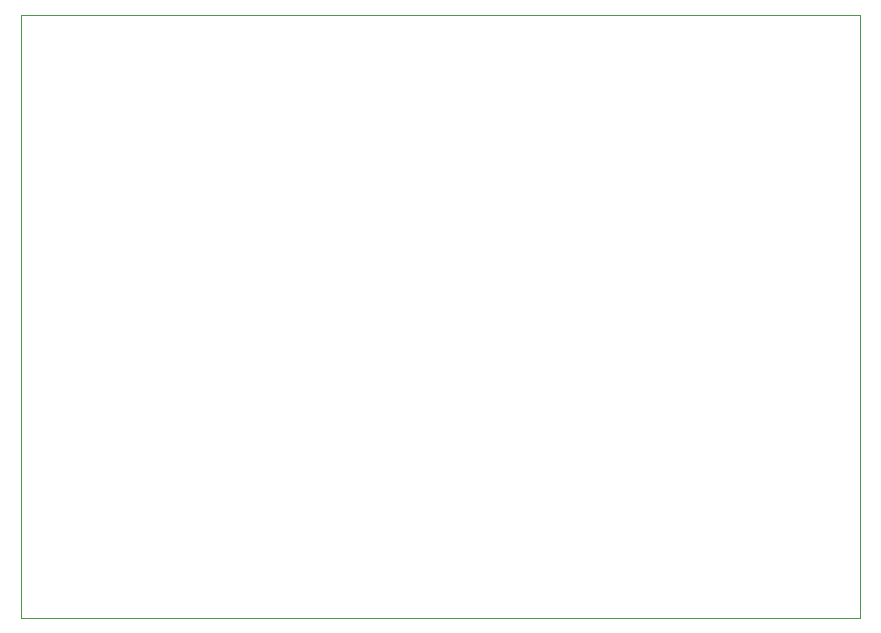
<source format=gbr>
%TF.GenerationSoftware,KiCad,Pcbnew,9.0.0*%
%TF.CreationDate,2025-03-04T16:47:24-08:00*%
%TF.ProjectId,ESPBrewRIMS_PCB,45535042-7265-4775-9249-4d535f504342,rev?*%
%TF.SameCoordinates,Original*%
%TF.FileFunction,Profile,NP*%
%FSLAX46Y46*%
G04 Gerber Fmt 4.6, Leading zero omitted, Abs format (unit mm)*
G04 Created by KiCad (PCBNEW 9.0.0) date 2025-03-04 16:47:24*
%MOMM*%
%LPD*%
G01*
G04 APERTURE LIST*
%TA.AperFunction,Profile*%
%ADD10C,0.050000*%
%TD*%
G04 APERTURE END LIST*
D10*
X111000000Y-62500000D02*
X182000000Y-62500000D01*
X182000000Y-113500000D01*
X111000000Y-113500000D01*
X111000000Y-62500000D01*
M02*

</source>
